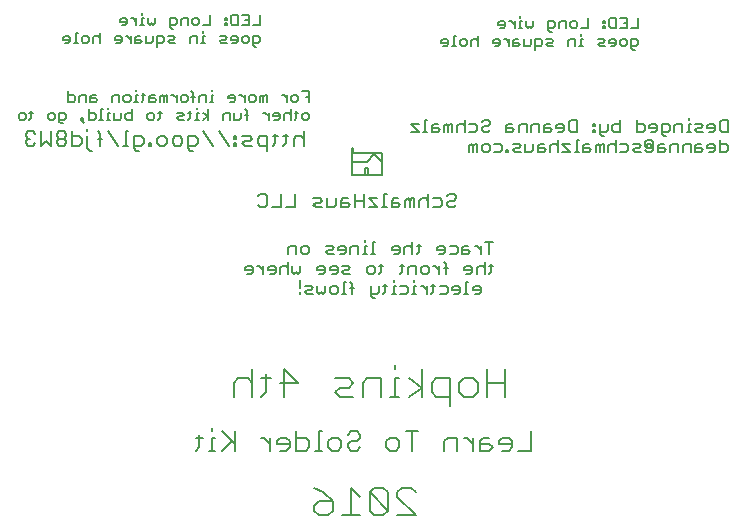
<source format=gbo>
G75*
%MOIN*%
%OFA0B0*%
%FSLAX25Y25*%
%IPPOS*%
%LPD*%
%AMOC8*
5,1,8,0,0,1.08239X$1,22.5*
%
%ADD10C,0.00800*%
%ADD11C,0.00600*%
%ADD12C,0.00500*%
%ADD13C,0.00700*%
D10*
X0086375Y0102869D02*
X0086375Y0107473D01*
X0087910Y0109008D01*
X0090979Y0109008D01*
X0092514Y0107473D01*
X0095583Y0109008D02*
X0098652Y0109008D01*
X0097118Y0110543D02*
X0097118Y0104404D01*
X0095583Y0102869D01*
X0092514Y0102869D02*
X0092514Y0112077D01*
X0101722Y0107473D02*
X0107860Y0107473D01*
X0103256Y0112077D01*
X0103256Y0102869D01*
X0120137Y0104404D02*
X0121672Y0105939D01*
X0124741Y0105939D01*
X0126276Y0107473D01*
X0124741Y0109008D01*
X0120137Y0109008D01*
X0120137Y0104404D02*
X0121672Y0102869D01*
X0126276Y0102869D01*
X0129345Y0102869D02*
X0129345Y0107473D01*
X0130880Y0109008D01*
X0135484Y0109008D01*
X0135484Y0102869D01*
X0138553Y0102869D02*
X0141622Y0102869D01*
X0140088Y0102869D02*
X0140088Y0109008D01*
X0141622Y0109008D01*
X0144692Y0109008D02*
X0149295Y0105939D01*
X0144692Y0102869D01*
X0149295Y0102869D02*
X0149295Y0112077D01*
X0153899Y0109008D02*
X0152365Y0107473D01*
X0152365Y0104404D01*
X0153899Y0102869D01*
X0158503Y0102869D01*
X0158503Y0099800D02*
X0158503Y0109008D01*
X0153899Y0109008D01*
X0161573Y0107473D02*
X0161573Y0104404D01*
X0163107Y0102869D01*
X0166177Y0102869D01*
X0167711Y0104404D01*
X0167711Y0107473D01*
X0166177Y0109008D01*
X0163107Y0109008D01*
X0161573Y0107473D01*
X0170780Y0107473D02*
X0176919Y0107473D01*
X0176919Y0102869D02*
X0176919Y0112077D01*
X0170780Y0112077D02*
X0170780Y0102869D01*
X0140088Y0112077D02*
X0140088Y0113612D01*
X0142394Y0072628D02*
X0145463Y0072628D01*
X0146998Y0071094D01*
X0142394Y0072628D02*
X0140859Y0071094D01*
X0140859Y0069559D01*
X0146998Y0063420D01*
X0140859Y0063420D01*
X0137790Y0064955D02*
X0131651Y0071094D01*
X0131651Y0064955D01*
X0133186Y0063420D01*
X0136255Y0063420D01*
X0137790Y0064955D01*
X0137790Y0071094D01*
X0136255Y0072628D01*
X0133186Y0072628D01*
X0131651Y0071094D01*
X0128582Y0069559D02*
X0125513Y0072628D01*
X0125513Y0063420D01*
X0128582Y0063420D02*
X0122444Y0063420D01*
X0119374Y0064955D02*
X0117840Y0063420D01*
X0114770Y0063420D01*
X0113236Y0064955D01*
X0113236Y0066490D01*
X0114770Y0068024D01*
X0119374Y0068024D01*
X0119374Y0064955D01*
X0119374Y0068024D02*
X0116305Y0071094D01*
X0113236Y0072628D01*
X0125764Y0176800D02*
X0130264Y0176800D01*
X0130264Y0179300D01*
X0131264Y0179300D01*
X0131264Y0177300D01*
X0130264Y0176800D02*
X0135764Y0176800D01*
X0135764Y0181300D01*
X0133264Y0183800D01*
X0130764Y0181300D01*
X0125764Y0181300D01*
X0125764Y0176800D01*
X0125764Y0181300D02*
X0125764Y0185800D01*
X0126264Y0185800D01*
X0126264Y0184300D01*
X0135764Y0184300D01*
X0135764Y0181300D01*
D11*
X0074921Y0086002D02*
X0073854Y0084935D01*
X0074921Y0086002D02*
X0074921Y0090273D01*
X0073854Y0089205D02*
X0075989Y0089205D01*
X0079218Y0089205D02*
X0079218Y0084935D01*
X0078151Y0084935D02*
X0080286Y0084935D01*
X0082461Y0084935D02*
X0085664Y0088137D01*
X0086731Y0087070D02*
X0082461Y0091340D01*
X0080286Y0089205D02*
X0079218Y0089205D01*
X0079218Y0091340D02*
X0079218Y0092408D01*
X0086731Y0091340D02*
X0086731Y0084935D01*
X0095345Y0089205D02*
X0096413Y0089205D01*
X0098548Y0087070D01*
X0098548Y0084935D02*
X0098548Y0089205D01*
X0100723Y0088137D02*
X0100723Y0087070D01*
X0104994Y0087070D01*
X0104994Y0088137D02*
X0104994Y0086002D01*
X0103926Y0084935D01*
X0101791Y0084935D01*
X0100723Y0088137D02*
X0101791Y0089205D01*
X0103926Y0089205D01*
X0104994Y0088137D01*
X0107169Y0089205D02*
X0110372Y0089205D01*
X0111439Y0088137D01*
X0111439Y0086002D01*
X0110372Y0084935D01*
X0107169Y0084935D01*
X0107169Y0091340D01*
X0114669Y0091340D02*
X0114669Y0084935D01*
X0115736Y0084935D02*
X0113601Y0084935D01*
X0117911Y0086002D02*
X0117911Y0088137D01*
X0118979Y0089205D01*
X0121114Y0089205D01*
X0122182Y0088137D01*
X0122182Y0086002D01*
X0121114Y0084935D01*
X0118979Y0084935D01*
X0117911Y0086002D01*
X0115736Y0091340D02*
X0114669Y0091340D01*
X0124357Y0090273D02*
X0125424Y0091340D01*
X0127560Y0091340D01*
X0128627Y0090273D01*
X0128627Y0089205D01*
X0127560Y0088137D01*
X0125424Y0088137D01*
X0124357Y0087070D01*
X0124357Y0086002D01*
X0125424Y0084935D01*
X0127560Y0084935D01*
X0128627Y0086002D01*
X0137248Y0086002D02*
X0137248Y0088137D01*
X0138315Y0089205D01*
X0140451Y0089205D01*
X0141518Y0088137D01*
X0141518Y0086002D01*
X0140451Y0084935D01*
X0138315Y0084935D01*
X0137248Y0086002D01*
X0143693Y0091340D02*
X0147964Y0091340D01*
X0145828Y0091340D02*
X0145828Y0084935D01*
X0156584Y0084935D02*
X0156584Y0088137D01*
X0157652Y0089205D01*
X0160855Y0089205D01*
X0160855Y0084935D01*
X0163023Y0089205D02*
X0164091Y0089205D01*
X0166226Y0087070D01*
X0166226Y0084935D02*
X0166226Y0089205D01*
X0168401Y0088137D02*
X0168401Y0084935D01*
X0171604Y0084935D01*
X0172671Y0086002D01*
X0171604Y0087070D01*
X0168401Y0087070D01*
X0168401Y0088137D02*
X0169469Y0089205D01*
X0171604Y0089205D01*
X0174847Y0088137D02*
X0174847Y0087070D01*
X0179117Y0087070D01*
X0179117Y0088137D02*
X0179117Y0086002D01*
X0178049Y0084935D01*
X0175914Y0084935D01*
X0174847Y0088137D02*
X0175914Y0089205D01*
X0178049Y0089205D01*
X0179117Y0088137D01*
X0181292Y0084935D02*
X0185562Y0084935D01*
X0185562Y0091340D01*
X0159651Y0166076D02*
X0158183Y0166076D01*
X0157449Y0166810D01*
X0157449Y0167544D01*
X0158183Y0168278D01*
X0159651Y0168278D01*
X0160385Y0169012D01*
X0160385Y0169746D01*
X0159651Y0170480D01*
X0158183Y0170480D01*
X0157449Y0169746D01*
X0155781Y0168278D02*
X0155781Y0166810D01*
X0155047Y0166076D01*
X0152845Y0166076D01*
X0151177Y0166076D02*
X0151177Y0170480D01*
X0150443Y0169012D02*
X0148975Y0169012D01*
X0148242Y0168278D01*
X0148242Y0166076D01*
X0146573Y0166076D02*
X0146573Y0169012D01*
X0145839Y0169012D01*
X0145106Y0168278D01*
X0144372Y0169012D01*
X0143638Y0168278D01*
X0143638Y0166076D01*
X0145106Y0166076D02*
X0145106Y0168278D01*
X0141970Y0166810D02*
X0141236Y0167544D01*
X0139034Y0167544D01*
X0139034Y0168278D02*
X0139034Y0166076D01*
X0141236Y0166076D01*
X0141970Y0166810D01*
X0141236Y0169012D02*
X0139768Y0169012D01*
X0139034Y0168278D01*
X0137366Y0166076D02*
X0135898Y0166076D01*
X0136632Y0166076D02*
X0136632Y0170480D01*
X0137366Y0170480D01*
X0134296Y0169012D02*
X0131360Y0169012D01*
X0134296Y0166076D01*
X0131360Y0166076D01*
X0129692Y0166076D02*
X0129692Y0170480D01*
X0129692Y0168278D02*
X0126757Y0168278D01*
X0126757Y0170480D02*
X0126757Y0166076D01*
X0125088Y0166810D02*
X0124354Y0167544D01*
X0122153Y0167544D01*
X0122153Y0168278D02*
X0122153Y0166076D01*
X0124354Y0166076D01*
X0125088Y0166810D01*
X0124354Y0169012D02*
X0122887Y0169012D01*
X0122153Y0168278D01*
X0120485Y0169012D02*
X0120485Y0166810D01*
X0119751Y0166076D01*
X0117549Y0166076D01*
X0117549Y0169012D01*
X0115881Y0168278D02*
X0115147Y0169012D01*
X0112945Y0169012D01*
X0113679Y0167544D02*
X0115147Y0167544D01*
X0115881Y0168278D01*
X0115881Y0166076D02*
X0113679Y0166076D01*
X0112945Y0166810D01*
X0113679Y0167544D01*
X0106673Y0166076D02*
X0103737Y0166076D01*
X0102069Y0166076D02*
X0099133Y0166076D01*
X0097465Y0166810D02*
X0096731Y0166076D01*
X0095263Y0166076D01*
X0094529Y0166810D01*
X0097465Y0166810D02*
X0097465Y0169746D01*
X0096731Y0170480D01*
X0095263Y0170480D01*
X0094529Y0169746D01*
X0102069Y0170480D02*
X0102069Y0166076D01*
X0106673Y0166076D02*
X0106673Y0170480D01*
X0150443Y0169012D02*
X0151177Y0168278D01*
X0152845Y0169012D02*
X0155047Y0169012D01*
X0155781Y0168278D01*
X0159651Y0166076D02*
X0160385Y0166810D01*
D12*
X0160430Y0153160D02*
X0158428Y0153160D01*
X0156953Y0152493D02*
X0156286Y0153160D01*
X0154952Y0153160D01*
X0154284Y0152493D01*
X0154284Y0151825D01*
X0156953Y0151825D01*
X0156953Y0151158D02*
X0156953Y0152493D01*
X0156953Y0151158D02*
X0156286Y0150491D01*
X0154952Y0150491D01*
X0156309Y0147744D02*
X0156977Y0147077D01*
X0156977Y0143741D01*
X0154881Y0143741D02*
X0154881Y0146410D01*
X0153547Y0146410D02*
X0154881Y0145075D01*
X0156309Y0145743D02*
X0157644Y0145743D01*
X0153547Y0146410D02*
X0152880Y0146410D01*
X0151429Y0145743D02*
X0151429Y0144408D01*
X0150761Y0143741D01*
X0149427Y0143741D01*
X0148760Y0144408D01*
X0148760Y0145743D01*
X0149427Y0146410D01*
X0150761Y0146410D01*
X0151429Y0145743D01*
X0147285Y0146410D02*
X0147285Y0143741D01*
X0146618Y0141662D02*
X0146618Y0140994D01*
X0146618Y0139660D02*
X0146618Y0136991D01*
X0147285Y0136991D02*
X0145950Y0136991D01*
X0144523Y0137658D02*
X0143855Y0136991D01*
X0141854Y0136991D01*
X0140379Y0136991D02*
X0139045Y0136991D01*
X0139712Y0136991D02*
X0139712Y0139660D01*
X0140379Y0139660D01*
X0141854Y0139660D02*
X0143855Y0139660D01*
X0144523Y0138993D01*
X0144523Y0137658D01*
X0146618Y0139660D02*
X0147285Y0139660D01*
X0148736Y0139660D02*
X0149403Y0139660D01*
X0150738Y0138325D01*
X0150738Y0136991D02*
X0150738Y0139660D01*
X0152166Y0139660D02*
X0153500Y0139660D01*
X0152833Y0140327D02*
X0152833Y0137658D01*
X0152166Y0136991D01*
X0154975Y0136991D02*
X0156977Y0136991D01*
X0157644Y0137658D01*
X0157644Y0138993D01*
X0156977Y0139660D01*
X0154975Y0139660D01*
X0159118Y0138993D02*
X0159118Y0138325D01*
X0161787Y0138325D01*
X0161787Y0137658D02*
X0161787Y0138993D01*
X0161120Y0139660D01*
X0159786Y0139660D01*
X0159118Y0138993D01*
X0159786Y0136991D02*
X0161120Y0136991D01*
X0161787Y0137658D01*
X0163215Y0136991D02*
X0164550Y0136991D01*
X0163882Y0136991D02*
X0163882Y0140994D01*
X0164550Y0140994D01*
X0166024Y0138993D02*
X0166024Y0138325D01*
X0168693Y0138325D01*
X0168693Y0137658D02*
X0168693Y0138993D01*
X0168026Y0139660D01*
X0166692Y0139660D01*
X0166024Y0138993D01*
X0166692Y0136991D02*
X0168026Y0136991D01*
X0168693Y0137658D01*
X0167405Y0143741D02*
X0167405Y0145743D01*
X0168073Y0146410D01*
X0169407Y0146410D01*
X0170074Y0145743D01*
X0171502Y0146410D02*
X0172837Y0146410D01*
X0172170Y0147077D02*
X0172170Y0144408D01*
X0171502Y0143741D01*
X0170074Y0143741D02*
X0170074Y0147744D01*
X0168693Y0150491D02*
X0168693Y0153160D01*
X0167359Y0153160D02*
X0168693Y0151825D01*
X0167359Y0153160D02*
X0166692Y0153160D01*
X0164573Y0153160D02*
X0163239Y0153160D01*
X0162571Y0152493D01*
X0162571Y0150491D01*
X0164573Y0150491D01*
X0165240Y0151158D01*
X0164573Y0151825D01*
X0162571Y0151825D01*
X0161097Y0151158D02*
X0161097Y0152493D01*
X0160430Y0153160D01*
X0161097Y0151158D02*
X0160430Y0150491D01*
X0158428Y0150491D01*
X0163262Y0145743D02*
X0163262Y0145075D01*
X0165931Y0145075D01*
X0165931Y0144408D02*
X0165931Y0145743D01*
X0165264Y0146410D01*
X0163929Y0146410D01*
X0163262Y0145743D01*
X0163929Y0143741D02*
X0165264Y0143741D01*
X0165931Y0144408D01*
X0171502Y0150491D02*
X0171502Y0154494D01*
X0170168Y0154494D02*
X0172837Y0154494D01*
X0148666Y0153160D02*
X0147332Y0153160D01*
X0147999Y0153827D02*
X0147999Y0151158D01*
X0147332Y0150491D01*
X0145904Y0150491D02*
X0145904Y0154494D01*
X0145237Y0153160D02*
X0143902Y0153160D01*
X0143235Y0152493D01*
X0143235Y0150491D01*
X0141760Y0151158D02*
X0141760Y0152493D01*
X0141093Y0153160D01*
X0139759Y0153160D01*
X0139091Y0152493D01*
X0139091Y0151825D01*
X0141760Y0151825D01*
X0141760Y0151158D02*
X0141093Y0150491D01*
X0139759Y0150491D01*
X0142474Y0147077D02*
X0142474Y0144408D01*
X0141807Y0143741D01*
X0141807Y0146410D02*
X0143141Y0146410D01*
X0144616Y0145743D02*
X0144616Y0143741D01*
X0144616Y0145743D02*
X0145283Y0146410D01*
X0147285Y0146410D01*
X0145904Y0152493D02*
X0145237Y0153160D01*
X0136236Y0146410D02*
X0134901Y0146410D01*
X0135568Y0147077D02*
X0135568Y0144408D01*
X0134901Y0143741D01*
X0133473Y0144408D02*
X0132806Y0143741D01*
X0131471Y0143741D01*
X0130804Y0144408D01*
X0130804Y0145743D01*
X0131471Y0146410D01*
X0132806Y0146410D01*
X0133473Y0145743D01*
X0133473Y0144408D01*
X0136949Y0140327D02*
X0136949Y0137658D01*
X0136282Y0136991D01*
X0134854Y0137658D02*
X0134854Y0139660D01*
X0136282Y0139660D02*
X0137617Y0139660D01*
X0139712Y0140994D02*
X0139712Y0141662D01*
X0134854Y0137658D02*
X0134187Y0136991D01*
X0132185Y0136991D01*
X0132185Y0136324D02*
X0132853Y0135656D01*
X0133520Y0135656D01*
X0132185Y0136324D02*
X0132185Y0139660D01*
X0126567Y0138993D02*
X0125233Y0138993D01*
X0125900Y0140327D02*
X0125233Y0140994D01*
X0125900Y0140327D02*
X0125900Y0136991D01*
X0123805Y0136991D02*
X0122470Y0136991D01*
X0123138Y0136991D02*
X0123138Y0140994D01*
X0123805Y0140994D01*
X0123184Y0143741D02*
X0122517Y0144408D01*
X0123184Y0145075D01*
X0124519Y0145075D01*
X0125186Y0145743D01*
X0124519Y0146410D01*
X0122517Y0146410D01*
X0121043Y0145743D02*
X0120375Y0146410D01*
X0119041Y0146410D01*
X0118374Y0145743D01*
X0118374Y0145075D01*
X0121043Y0145075D01*
X0121043Y0144408D02*
X0121043Y0145743D01*
X0121043Y0144408D02*
X0120375Y0143741D01*
X0119041Y0143741D01*
X0116899Y0144408D02*
X0116899Y0145743D01*
X0116232Y0146410D01*
X0114897Y0146410D01*
X0114230Y0145743D01*
X0114230Y0145075D01*
X0116899Y0145075D01*
X0116899Y0144408D02*
X0116232Y0143741D01*
X0114897Y0143741D01*
X0114230Y0139660D02*
X0114230Y0137658D01*
X0114897Y0136991D01*
X0115565Y0137658D01*
X0116232Y0136991D01*
X0116899Y0137658D01*
X0116899Y0139660D01*
X0118374Y0138993D02*
X0118374Y0137658D01*
X0119041Y0136991D01*
X0120375Y0136991D01*
X0121043Y0137658D01*
X0121043Y0138993D01*
X0120375Y0139660D01*
X0119041Y0139660D01*
X0118374Y0138993D01*
X0112755Y0138993D02*
X0112088Y0139660D01*
X0110087Y0139660D01*
X0110754Y0138325D02*
X0112088Y0138325D01*
X0112755Y0138993D01*
X0112755Y0136991D02*
X0110754Y0136991D01*
X0110087Y0137658D01*
X0110754Y0138325D01*
X0108612Y0137658D02*
X0108612Y0136991D01*
X0108612Y0138993D02*
X0108612Y0141662D01*
X0107945Y0143741D02*
X0107277Y0144408D01*
X0106610Y0143741D01*
X0105943Y0144408D01*
X0105943Y0146410D01*
X0104468Y0145743D02*
X0103801Y0146410D01*
X0102467Y0146410D01*
X0101799Y0145743D01*
X0101799Y0143741D01*
X0100325Y0144408D02*
X0100325Y0145743D01*
X0099658Y0146410D01*
X0098323Y0146410D01*
X0097656Y0145743D01*
X0097656Y0145075D01*
X0100325Y0145075D01*
X0100325Y0144408D02*
X0099658Y0143741D01*
X0098323Y0143741D01*
X0096181Y0143741D02*
X0096181Y0146410D01*
X0094847Y0146410D02*
X0094180Y0146410D01*
X0094847Y0146410D02*
X0096181Y0145075D01*
X0092728Y0145075D02*
X0090059Y0145075D01*
X0090059Y0145743D01*
X0090727Y0146410D01*
X0092061Y0146410D01*
X0092728Y0145743D01*
X0092728Y0144408D01*
X0092061Y0143741D01*
X0090727Y0143741D01*
X0104468Y0143741D02*
X0104468Y0147744D01*
X0104562Y0150491D02*
X0104562Y0152493D01*
X0105229Y0153160D01*
X0107231Y0153160D01*
X0107231Y0150491D01*
X0108705Y0151158D02*
X0108705Y0152493D01*
X0109373Y0153160D01*
X0110707Y0153160D01*
X0111374Y0152493D01*
X0111374Y0151158D01*
X0110707Y0150491D01*
X0109373Y0150491D01*
X0108705Y0151158D01*
X0108612Y0146410D02*
X0108612Y0144408D01*
X0107945Y0143741D01*
X0116992Y0151158D02*
X0117660Y0151825D01*
X0118994Y0151825D01*
X0119661Y0152493D01*
X0118994Y0153160D01*
X0116992Y0153160D01*
X0116992Y0151158D02*
X0117660Y0150491D01*
X0119661Y0150491D01*
X0121136Y0151825D02*
X0121136Y0152493D01*
X0121803Y0153160D01*
X0123138Y0153160D01*
X0123805Y0152493D01*
X0123805Y0151158D01*
X0123138Y0150491D01*
X0121803Y0150491D01*
X0121136Y0151825D02*
X0123805Y0151825D01*
X0125280Y0152493D02*
X0125280Y0150491D01*
X0125280Y0152493D02*
X0125947Y0153160D01*
X0127948Y0153160D01*
X0127948Y0150491D01*
X0129376Y0150491D02*
X0130711Y0150491D01*
X0130044Y0150491D02*
X0130044Y0153160D01*
X0130711Y0153160D01*
X0130044Y0154494D02*
X0130044Y0155162D01*
X0132806Y0154494D02*
X0132806Y0150491D01*
X0133473Y0150491D02*
X0132139Y0150491D01*
X0132806Y0154494D02*
X0133473Y0154494D01*
X0125186Y0143741D02*
X0123184Y0143741D01*
X0164854Y0184333D02*
X0164854Y0186335D01*
X0165522Y0187002D01*
X0166189Y0186335D01*
X0166189Y0184333D01*
X0167523Y0184333D02*
X0167523Y0187002D01*
X0166856Y0187002D01*
X0166189Y0186335D01*
X0168998Y0186335D02*
X0168998Y0185001D01*
X0169665Y0184333D01*
X0171000Y0184333D01*
X0171667Y0185001D01*
X0171667Y0186335D01*
X0171000Y0187002D01*
X0169665Y0187002D01*
X0168998Y0186335D01*
X0169665Y0191083D02*
X0171000Y0191083D01*
X0171667Y0191751D01*
X0171000Y0193085D02*
X0169665Y0193085D01*
X0168998Y0192418D01*
X0168998Y0191751D01*
X0169665Y0191083D01*
X0167523Y0191751D02*
X0166856Y0191083D01*
X0164854Y0191083D01*
X0163380Y0191083D02*
X0163380Y0195087D01*
X0162713Y0193752D02*
X0161378Y0193752D01*
X0160711Y0193085D01*
X0160711Y0191083D01*
X0159236Y0191083D02*
X0159236Y0193752D01*
X0158569Y0193752D01*
X0157902Y0193085D01*
X0157235Y0193752D01*
X0156567Y0193085D01*
X0156567Y0191083D01*
X0157902Y0191083D02*
X0157902Y0193085D01*
X0155093Y0191751D02*
X0154426Y0191083D01*
X0152424Y0191083D01*
X0152424Y0193085D01*
X0153091Y0193752D01*
X0154426Y0193752D01*
X0154426Y0192418D02*
X0152424Y0192418D01*
X0150949Y0191083D02*
X0149615Y0191083D01*
X0150282Y0191083D02*
X0150282Y0195087D01*
X0150949Y0195087D01*
X0148187Y0193752D02*
X0145518Y0193752D01*
X0148187Y0191083D01*
X0145518Y0191083D01*
X0154426Y0192418D02*
X0155093Y0191751D01*
X0162713Y0193752D02*
X0163380Y0193085D01*
X0164854Y0193752D02*
X0166856Y0193752D01*
X0167523Y0193085D01*
X0167523Y0191751D01*
X0168998Y0194420D02*
X0169665Y0195087D01*
X0171000Y0195087D01*
X0171667Y0194420D01*
X0171667Y0193752D01*
X0171000Y0193085D01*
X0177285Y0193085D02*
X0177285Y0191083D01*
X0179287Y0191083D01*
X0179954Y0191751D01*
X0179287Y0192418D01*
X0177285Y0192418D01*
X0177285Y0193085D02*
X0177952Y0193752D01*
X0179287Y0193752D01*
X0181429Y0193085D02*
X0181429Y0191083D01*
X0181429Y0193085D02*
X0182096Y0193752D01*
X0184098Y0193752D01*
X0184098Y0191083D01*
X0185572Y0191083D02*
X0185572Y0193085D01*
X0186239Y0193752D01*
X0188241Y0193752D01*
X0188241Y0191083D01*
X0189716Y0191083D02*
X0189716Y0193085D01*
X0190383Y0193752D01*
X0191717Y0193752D01*
X0191717Y0192418D02*
X0189716Y0192418D01*
X0189716Y0191083D02*
X0191717Y0191083D01*
X0192385Y0191751D01*
X0191717Y0192418D01*
X0193859Y0192418D02*
X0196528Y0192418D01*
X0196528Y0193085D02*
X0195861Y0193752D01*
X0194526Y0193752D01*
X0193859Y0193085D01*
X0193859Y0192418D01*
X0194526Y0191083D02*
X0195861Y0191083D01*
X0196528Y0191751D01*
X0196528Y0193085D01*
X0198003Y0191751D02*
X0198003Y0194420D01*
X0198670Y0195087D01*
X0200672Y0195087D01*
X0200672Y0191083D01*
X0198670Y0191083D01*
X0198003Y0191751D01*
X0200695Y0188337D02*
X0200695Y0184333D01*
X0201362Y0184333D02*
X0200028Y0184333D01*
X0198600Y0184333D02*
X0195931Y0184333D01*
X0194456Y0184333D02*
X0194456Y0188337D01*
X0193789Y0187002D02*
X0192455Y0187002D01*
X0191787Y0186335D01*
X0191787Y0184333D01*
X0190313Y0185001D02*
X0189646Y0185668D01*
X0187644Y0185668D01*
X0187644Y0186335D02*
X0187644Y0184333D01*
X0189646Y0184333D01*
X0190313Y0185001D01*
X0189646Y0187002D02*
X0188311Y0187002D01*
X0187644Y0186335D01*
X0186169Y0187002D02*
X0186169Y0185001D01*
X0185502Y0184333D01*
X0183500Y0184333D01*
X0183500Y0187002D01*
X0182026Y0186335D02*
X0181359Y0185668D01*
X0180024Y0185668D01*
X0179357Y0185001D01*
X0180024Y0184333D01*
X0182026Y0184333D01*
X0182026Y0186335D02*
X0181359Y0187002D01*
X0179357Y0187002D01*
X0177882Y0185001D02*
X0177215Y0185001D01*
X0177215Y0184333D01*
X0177882Y0184333D01*
X0177882Y0185001D01*
X0175810Y0185001D02*
X0175810Y0186335D01*
X0175143Y0187002D01*
X0173142Y0187002D01*
X0173142Y0184333D02*
X0175143Y0184333D01*
X0175810Y0185001D01*
X0193789Y0187002D02*
X0194456Y0186335D01*
X0195931Y0187002D02*
X0198600Y0184333D01*
X0198600Y0187002D02*
X0195931Y0187002D01*
X0200695Y0188337D02*
X0201362Y0188337D01*
X0202837Y0186335D02*
X0202837Y0184333D01*
X0204839Y0184333D01*
X0205506Y0185001D01*
X0204839Y0185668D01*
X0202837Y0185668D01*
X0202837Y0186335D02*
X0203504Y0187002D01*
X0204839Y0187002D01*
X0206980Y0186335D02*
X0206980Y0184333D01*
X0208315Y0184333D02*
X0208315Y0186335D01*
X0207648Y0187002D01*
X0206980Y0186335D01*
X0208315Y0186335D02*
X0208982Y0187002D01*
X0209649Y0187002D01*
X0209649Y0184333D01*
X0211124Y0184333D02*
X0211124Y0186335D01*
X0211791Y0187002D01*
X0213126Y0187002D01*
X0213793Y0186335D01*
X0215268Y0187002D02*
X0217269Y0187002D01*
X0217936Y0186335D01*
X0217936Y0185001D01*
X0217269Y0184333D01*
X0215268Y0184333D01*
X0213793Y0184333D02*
X0213793Y0188337D01*
X0213172Y0191083D02*
X0212505Y0191751D01*
X0212505Y0193085D01*
X0213172Y0193752D01*
X0215174Y0193752D01*
X0215174Y0195087D02*
X0215174Y0191083D01*
X0213172Y0191083D01*
X0211031Y0191751D02*
X0210363Y0191083D01*
X0208362Y0191083D01*
X0208362Y0190416D02*
X0209029Y0189749D01*
X0209696Y0189749D01*
X0208362Y0190416D02*
X0208362Y0193752D01*
X0206887Y0193752D02*
X0206887Y0193085D01*
X0206220Y0193085D01*
X0206220Y0193752D01*
X0206887Y0193752D01*
X0206887Y0191751D02*
X0206220Y0191751D01*
X0206220Y0191083D01*
X0206887Y0191083D01*
X0206887Y0191751D01*
X0211031Y0191751D02*
X0211031Y0193752D01*
X0219411Y0187002D02*
X0221413Y0187002D01*
X0222080Y0186335D01*
X0221413Y0185668D01*
X0220078Y0185668D01*
X0219411Y0185001D01*
X0220078Y0184333D01*
X0222080Y0184333D01*
X0223555Y0185001D02*
X0224222Y0184333D01*
X0225556Y0184333D01*
X0226224Y0185001D01*
X0226224Y0187670D01*
X0225556Y0188337D01*
X0224222Y0188337D01*
X0223555Y0187670D01*
X0223555Y0186335D01*
X0224222Y0185668D01*
X0224222Y0187002D01*
X0225556Y0187002D01*
X0225556Y0185668D01*
X0224222Y0185668D01*
X0227698Y0185668D02*
X0229700Y0185668D01*
X0230367Y0185001D01*
X0229700Y0184333D01*
X0227698Y0184333D01*
X0227698Y0186335D01*
X0228365Y0187002D01*
X0229700Y0187002D01*
X0231842Y0186335D02*
X0231842Y0184333D01*
X0231842Y0186335D02*
X0232509Y0187002D01*
X0234511Y0187002D01*
X0234511Y0184333D01*
X0235985Y0184333D02*
X0235985Y0186335D01*
X0236652Y0187002D01*
X0238654Y0187002D01*
X0238654Y0184333D01*
X0240129Y0184333D02*
X0242130Y0184333D01*
X0242798Y0185001D01*
X0242130Y0185668D01*
X0240129Y0185668D01*
X0240129Y0186335D02*
X0240129Y0184333D01*
X0240129Y0186335D02*
X0240796Y0187002D01*
X0242130Y0187002D01*
X0244272Y0186335D02*
X0244272Y0185668D01*
X0246941Y0185668D01*
X0246941Y0185001D02*
X0246941Y0186335D01*
X0246274Y0187002D01*
X0244940Y0187002D01*
X0244272Y0186335D01*
X0244940Y0184333D02*
X0246274Y0184333D01*
X0246941Y0185001D01*
X0248416Y0184333D02*
X0250418Y0184333D01*
X0251085Y0185001D01*
X0251085Y0186335D01*
X0250418Y0187002D01*
X0248416Y0187002D01*
X0248416Y0188337D02*
X0248416Y0184333D01*
X0249083Y0191083D02*
X0248416Y0191751D01*
X0248416Y0194420D01*
X0249083Y0195087D01*
X0251085Y0195087D01*
X0251085Y0191083D01*
X0249083Y0191083D01*
X0246941Y0191751D02*
X0246941Y0193085D01*
X0246274Y0193752D01*
X0244940Y0193752D01*
X0244272Y0193085D01*
X0244272Y0192418D01*
X0246941Y0192418D01*
X0246941Y0191751D02*
X0246274Y0191083D01*
X0244940Y0191083D01*
X0242798Y0191083D02*
X0240796Y0191083D01*
X0240129Y0191751D01*
X0240796Y0192418D01*
X0242130Y0192418D01*
X0242798Y0193085D01*
X0242130Y0193752D01*
X0240129Y0193752D01*
X0238654Y0193752D02*
X0237987Y0193752D01*
X0237987Y0191083D01*
X0238654Y0191083D02*
X0237320Y0191083D01*
X0235892Y0191083D02*
X0235892Y0193752D01*
X0233890Y0193752D01*
X0233223Y0193085D01*
X0233223Y0191083D01*
X0231748Y0191751D02*
X0231081Y0191083D01*
X0229079Y0191083D01*
X0229079Y0190416D02*
X0229079Y0193752D01*
X0231081Y0193752D01*
X0231748Y0193085D01*
X0231748Y0191751D01*
X0230414Y0189749D02*
X0229747Y0189749D01*
X0229079Y0190416D01*
X0227605Y0191751D02*
X0227605Y0193085D01*
X0226938Y0193752D01*
X0225603Y0193752D01*
X0224936Y0193085D01*
X0224936Y0192418D01*
X0227605Y0192418D01*
X0227605Y0191751D02*
X0226938Y0191083D01*
X0225603Y0191083D01*
X0223461Y0191751D02*
X0223461Y0193085D01*
X0222794Y0193752D01*
X0220792Y0193752D01*
X0220792Y0195087D02*
X0220792Y0191083D01*
X0222794Y0191083D01*
X0223461Y0191751D01*
X0237987Y0195087D02*
X0237987Y0195754D01*
X0219996Y0218599D02*
X0219412Y0218599D01*
X0218828Y0219183D01*
X0218828Y0222102D01*
X0220580Y0222102D01*
X0221164Y0221518D01*
X0221164Y0220350D01*
X0220580Y0219767D01*
X0218828Y0219767D01*
X0217480Y0220350D02*
X0216897Y0219767D01*
X0215729Y0219767D01*
X0215145Y0220350D01*
X0215145Y0221518D01*
X0215729Y0222102D01*
X0216897Y0222102D01*
X0217480Y0221518D01*
X0217480Y0220350D01*
X0213797Y0220350D02*
X0213213Y0219767D01*
X0212046Y0219767D01*
X0211462Y0220934D02*
X0213797Y0220934D01*
X0213797Y0220350D02*
X0213797Y0221518D01*
X0213213Y0222102D01*
X0212046Y0222102D01*
X0211462Y0221518D01*
X0211462Y0220934D01*
X0210114Y0221518D02*
X0209530Y0222102D01*
X0207779Y0222102D01*
X0208363Y0220934D02*
X0209530Y0220934D01*
X0210114Y0221518D01*
X0210114Y0219767D02*
X0208363Y0219767D01*
X0207779Y0220350D01*
X0208363Y0220934D01*
X0209530Y0225767D02*
X0210114Y0225767D01*
X0210114Y0226350D01*
X0209530Y0226350D01*
X0209530Y0225767D01*
X0209530Y0227518D02*
X0210114Y0227518D01*
X0210114Y0228102D01*
X0209530Y0228102D01*
X0209530Y0227518D01*
X0211462Y0226350D02*
X0211462Y0228686D01*
X0212046Y0229270D01*
X0213797Y0229270D01*
X0213797Y0225767D01*
X0212046Y0225767D01*
X0211462Y0226350D01*
X0215145Y0225767D02*
X0217480Y0225767D01*
X0217480Y0229270D01*
X0215145Y0229270D01*
X0216313Y0227518D02*
X0217480Y0227518D01*
X0218828Y0225767D02*
X0221164Y0225767D01*
X0221164Y0229270D01*
X0204589Y0229270D02*
X0204589Y0225767D01*
X0202254Y0225767D01*
X0200906Y0226350D02*
X0200906Y0227518D01*
X0200322Y0228102D01*
X0199155Y0228102D01*
X0198571Y0227518D01*
X0198571Y0226350D01*
X0199155Y0225767D01*
X0200322Y0225767D01*
X0200906Y0226350D01*
X0202164Y0223853D02*
X0202164Y0223270D01*
X0202164Y0222102D02*
X0202164Y0219767D01*
X0202748Y0219767D02*
X0201580Y0219767D01*
X0200292Y0219767D02*
X0200292Y0222102D01*
X0198541Y0222102D01*
X0197957Y0221518D01*
X0197957Y0219767D01*
X0202164Y0222102D02*
X0202748Y0222102D01*
X0197223Y0225767D02*
X0197223Y0228102D01*
X0195472Y0228102D01*
X0194888Y0227518D01*
X0194888Y0225767D01*
X0193540Y0226350D02*
X0192956Y0225767D01*
X0191205Y0225767D01*
X0191205Y0225183D02*
X0191205Y0228102D01*
X0192956Y0228102D01*
X0193540Y0227518D01*
X0193540Y0226350D01*
X0192372Y0224599D02*
X0191788Y0224599D01*
X0191205Y0225183D01*
X0190591Y0222102D02*
X0192342Y0222102D01*
X0192926Y0221518D01*
X0192342Y0220934D01*
X0191175Y0220934D01*
X0190591Y0220350D01*
X0191175Y0219767D01*
X0192926Y0219767D01*
X0189243Y0220350D02*
X0188659Y0219767D01*
X0186908Y0219767D01*
X0186908Y0218599D02*
X0186908Y0222102D01*
X0188659Y0222102D01*
X0189243Y0221518D01*
X0189243Y0220350D01*
X0185560Y0220350D02*
X0184976Y0219767D01*
X0183224Y0219767D01*
X0183224Y0222102D01*
X0181293Y0222102D02*
X0180125Y0222102D01*
X0179541Y0221518D01*
X0179541Y0219767D01*
X0181293Y0219767D01*
X0181877Y0220350D01*
X0181293Y0220934D01*
X0179541Y0220934D01*
X0178194Y0220934D02*
X0177026Y0222102D01*
X0176442Y0222102D01*
X0175124Y0221518D02*
X0174540Y0222102D01*
X0173373Y0222102D01*
X0172789Y0221518D01*
X0172789Y0220934D01*
X0175124Y0220934D01*
X0175124Y0220350D02*
X0175124Y0221518D01*
X0175124Y0220350D02*
X0174540Y0219767D01*
X0173373Y0219767D01*
X0178194Y0219767D02*
X0178194Y0222102D01*
X0176382Y0225767D02*
X0175214Y0225767D01*
X0176382Y0225767D02*
X0176966Y0226350D01*
X0176966Y0227518D01*
X0176382Y0228102D01*
X0175214Y0228102D01*
X0174630Y0227518D01*
X0174630Y0226934D01*
X0176966Y0226934D01*
X0178284Y0228102D02*
X0178867Y0228102D01*
X0180035Y0226934D01*
X0180035Y0225767D02*
X0180035Y0228102D01*
X0181907Y0228102D02*
X0181907Y0225767D01*
X0182491Y0225767D02*
X0181323Y0225767D01*
X0181907Y0228102D02*
X0182491Y0228102D01*
X0181907Y0229270D02*
X0181907Y0229853D01*
X0183838Y0228102D02*
X0183838Y0226350D01*
X0184422Y0225767D01*
X0185006Y0226350D01*
X0185590Y0225767D01*
X0186174Y0226350D01*
X0186174Y0228102D01*
X0185560Y0222102D02*
X0185560Y0220350D01*
X0167758Y0219767D02*
X0167758Y0223270D01*
X0167174Y0222102D02*
X0166006Y0222102D01*
X0165423Y0221518D01*
X0165423Y0219767D01*
X0164075Y0220350D02*
X0163491Y0219767D01*
X0162323Y0219767D01*
X0161739Y0220350D01*
X0161739Y0221518D01*
X0162323Y0222102D01*
X0163491Y0222102D01*
X0164075Y0221518D01*
X0164075Y0220350D01*
X0167174Y0222102D02*
X0167758Y0221518D01*
X0160392Y0219767D02*
X0159224Y0219767D01*
X0159808Y0219767D02*
X0159808Y0223270D01*
X0160392Y0223270D01*
X0157936Y0221518D02*
X0157352Y0222102D01*
X0156185Y0222102D01*
X0155601Y0221518D01*
X0155601Y0220934D01*
X0157936Y0220934D01*
X0157936Y0220350D02*
X0157936Y0221518D01*
X0157936Y0220350D02*
X0157352Y0219767D01*
X0156185Y0219767D01*
X0111518Y0204663D02*
X0111518Y0201160D01*
X0111518Y0202912D02*
X0110350Y0202912D01*
X0111518Y0204663D02*
X0109183Y0204663D01*
X0107835Y0202912D02*
X0107251Y0203496D01*
X0106083Y0203496D01*
X0105499Y0202912D01*
X0105499Y0201744D01*
X0106083Y0201160D01*
X0107251Y0201160D01*
X0107835Y0201744D01*
X0107835Y0202912D01*
X0105379Y0198663D02*
X0105379Y0195160D01*
X0106667Y0195160D02*
X0107251Y0195744D01*
X0107251Y0198079D01*
X0107835Y0197496D02*
X0106667Y0197496D01*
X0105379Y0196912D02*
X0104795Y0197496D01*
X0103628Y0197496D01*
X0103044Y0196912D01*
X0103044Y0195160D01*
X0101696Y0195744D02*
X0101696Y0196912D01*
X0101112Y0197496D01*
X0099945Y0197496D01*
X0099361Y0196912D01*
X0099361Y0196328D01*
X0101696Y0196328D01*
X0101696Y0195744D02*
X0101112Y0195160D01*
X0099945Y0195160D01*
X0098013Y0195160D02*
X0098013Y0197496D01*
X0096845Y0197496D02*
X0096262Y0197496D01*
X0096845Y0197496D02*
X0098013Y0196328D01*
X0097399Y0201160D02*
X0097399Y0203496D01*
X0096815Y0203496D01*
X0096232Y0202912D01*
X0095648Y0203496D01*
X0095064Y0202912D01*
X0095064Y0201160D01*
X0096232Y0201160D02*
X0096232Y0202912D01*
X0093716Y0202912D02*
X0093132Y0203496D01*
X0091965Y0203496D01*
X0091381Y0202912D01*
X0091381Y0201744D01*
X0091965Y0201160D01*
X0093132Y0201160D01*
X0093716Y0201744D01*
X0093716Y0202912D01*
X0090033Y0203496D02*
X0090033Y0201160D01*
X0090033Y0202328D02*
X0088865Y0203496D01*
X0088281Y0203496D01*
X0086964Y0202912D02*
X0086380Y0203496D01*
X0085212Y0203496D01*
X0084628Y0202912D01*
X0084628Y0202328D01*
X0086964Y0202328D01*
X0086964Y0201744D02*
X0086964Y0202912D01*
X0086964Y0201744D02*
X0086380Y0201160D01*
X0085212Y0201160D01*
X0085122Y0197496D02*
X0083371Y0197496D01*
X0082787Y0196912D01*
X0082787Y0195160D01*
X0085122Y0195160D02*
X0085122Y0197496D01*
X0086470Y0197496D02*
X0086470Y0195160D01*
X0088221Y0195160D01*
X0088805Y0195744D01*
X0088805Y0197496D01*
X0090093Y0196912D02*
X0091261Y0196912D01*
X0090677Y0198079D02*
X0090093Y0198663D01*
X0090677Y0198079D02*
X0090677Y0195160D01*
X0079597Y0201160D02*
X0078430Y0201160D01*
X0079013Y0201160D02*
X0079013Y0203496D01*
X0079597Y0203496D01*
X0079013Y0204663D02*
X0079013Y0205247D01*
X0077142Y0203496D02*
X0077142Y0201160D01*
X0074807Y0201160D02*
X0074807Y0202912D01*
X0075390Y0203496D01*
X0077142Y0203496D01*
X0073459Y0202912D02*
X0072291Y0202912D01*
X0071003Y0202912D02*
X0071003Y0201744D01*
X0070419Y0201160D01*
X0069252Y0201160D01*
X0068668Y0201744D01*
X0068668Y0202912D01*
X0069252Y0203496D01*
X0070419Y0203496D01*
X0071003Y0202912D01*
X0072291Y0204663D02*
X0072875Y0204079D01*
X0072875Y0201160D01*
X0074103Y0199247D02*
X0074103Y0198663D01*
X0074103Y0197496D02*
X0074103Y0195160D01*
X0074686Y0195160D02*
X0073519Y0195160D01*
X0071647Y0195744D02*
X0071647Y0198079D01*
X0072231Y0197496D02*
X0071063Y0197496D01*
X0069776Y0196912D02*
X0069192Y0197496D01*
X0067440Y0197496D01*
X0068024Y0196328D02*
X0067440Y0195744D01*
X0068024Y0195160D01*
X0069776Y0195160D01*
X0071063Y0195160D02*
X0071647Y0195744D01*
X0069776Y0196912D02*
X0069192Y0196328D01*
X0068024Y0196328D01*
X0067320Y0201160D02*
X0067320Y0203496D01*
X0066153Y0203496D02*
X0065569Y0203496D01*
X0066153Y0203496D02*
X0067320Y0202328D01*
X0064251Y0203496D02*
X0063667Y0203496D01*
X0063083Y0202912D01*
X0062499Y0203496D01*
X0061916Y0202912D01*
X0061916Y0201160D01*
X0063083Y0201160D02*
X0063083Y0202912D01*
X0064251Y0203496D02*
X0064251Y0201160D01*
X0060568Y0201744D02*
X0059984Y0202328D01*
X0058232Y0202328D01*
X0058232Y0202912D02*
X0058232Y0201160D01*
X0059984Y0201160D01*
X0060568Y0201744D01*
X0059984Y0203496D02*
X0058816Y0203496D01*
X0058232Y0202912D01*
X0056885Y0203496D02*
X0055717Y0203496D01*
X0056301Y0204079D02*
X0056301Y0201744D01*
X0055717Y0201160D01*
X0054429Y0201160D02*
X0053262Y0201160D01*
X0053845Y0201160D02*
X0053845Y0203496D01*
X0054429Y0203496D01*
X0053845Y0204663D02*
X0053845Y0205247D01*
X0051974Y0202912D02*
X0051974Y0201744D01*
X0051390Y0201160D01*
X0050222Y0201160D01*
X0049638Y0201744D01*
X0049638Y0202912D01*
X0050222Y0203496D01*
X0051390Y0203496D01*
X0051974Y0202912D01*
X0048291Y0203496D02*
X0046539Y0203496D01*
X0045955Y0202912D01*
X0045955Y0201160D01*
X0044637Y0199247D02*
X0044637Y0198663D01*
X0044637Y0197496D02*
X0044637Y0195160D01*
X0044054Y0195160D02*
X0045221Y0195160D01*
X0046569Y0195160D02*
X0046569Y0197496D01*
X0045221Y0197496D02*
X0044637Y0197496D01*
X0042766Y0198663D02*
X0042182Y0198663D01*
X0042182Y0195160D01*
X0042766Y0195160D02*
X0041598Y0195160D01*
X0040310Y0195744D02*
X0040310Y0196912D01*
X0039727Y0197496D01*
X0037975Y0197496D01*
X0037975Y0198663D02*
X0037975Y0195160D01*
X0039727Y0195160D01*
X0040310Y0195744D01*
X0036627Y0193993D02*
X0035460Y0195160D01*
X0036043Y0195160D01*
X0036043Y0195744D01*
X0035460Y0195744D01*
X0035460Y0195160D01*
X0030489Y0195744D02*
X0029905Y0195160D01*
X0028153Y0195160D01*
X0028153Y0194576D02*
X0028153Y0197496D01*
X0029905Y0197496D01*
X0030489Y0196912D01*
X0030489Y0195744D01*
X0029321Y0193993D02*
X0028737Y0193993D01*
X0028153Y0194576D01*
X0026806Y0195744D02*
X0026222Y0195160D01*
X0025054Y0195160D01*
X0024470Y0195744D01*
X0024470Y0196912D01*
X0025054Y0197496D01*
X0026222Y0197496D01*
X0026806Y0196912D01*
X0026806Y0195744D01*
X0031223Y0201160D02*
X0032974Y0201160D01*
X0033558Y0201744D01*
X0033558Y0202912D01*
X0032974Y0203496D01*
X0031223Y0203496D01*
X0031223Y0204663D02*
X0031223Y0201160D01*
X0034906Y0201160D02*
X0034906Y0202912D01*
X0035490Y0203496D01*
X0037241Y0203496D01*
X0037241Y0201160D01*
X0038589Y0201160D02*
X0040340Y0201160D01*
X0040924Y0201744D01*
X0040340Y0202328D01*
X0038589Y0202328D01*
X0038589Y0202912D02*
X0038589Y0201160D01*
X0038589Y0202912D02*
X0039173Y0203496D01*
X0040340Y0203496D01*
X0048291Y0203496D02*
X0048291Y0201160D01*
X0048904Y0197496D02*
X0048904Y0195744D01*
X0048321Y0195160D01*
X0046569Y0195160D01*
X0050252Y0195744D02*
X0050252Y0196912D01*
X0050836Y0197496D01*
X0052588Y0197496D01*
X0052588Y0198663D02*
X0052588Y0195160D01*
X0050836Y0195160D01*
X0050252Y0195744D01*
X0057619Y0195744D02*
X0057619Y0196912D01*
X0058202Y0197496D01*
X0059370Y0197496D01*
X0059954Y0196912D01*
X0059954Y0195744D01*
X0059370Y0195160D01*
X0058202Y0195160D01*
X0057619Y0195744D01*
X0061242Y0195160D02*
X0061825Y0195744D01*
X0061825Y0198079D01*
X0061242Y0197496D02*
X0062409Y0197496D01*
X0074103Y0197496D02*
X0074686Y0197496D01*
X0076004Y0197496D02*
X0077756Y0196328D01*
X0076004Y0195160D01*
X0077756Y0195160D02*
X0077756Y0198663D01*
X0093329Y0219583D02*
X0092746Y0220167D01*
X0092746Y0223086D01*
X0094497Y0223086D01*
X0095081Y0222502D01*
X0095081Y0221335D01*
X0094497Y0220751D01*
X0092746Y0220751D01*
X0093329Y0219583D02*
X0093913Y0219583D01*
X0091398Y0221335D02*
X0090814Y0220751D01*
X0089646Y0220751D01*
X0089062Y0221335D01*
X0089062Y0222502D01*
X0089646Y0223086D01*
X0090814Y0223086D01*
X0091398Y0222502D01*
X0091398Y0221335D01*
X0087715Y0221335D02*
X0087715Y0222502D01*
X0087131Y0223086D01*
X0085963Y0223086D01*
X0085379Y0222502D01*
X0085379Y0221918D01*
X0087715Y0221918D01*
X0087715Y0221335D02*
X0087131Y0220751D01*
X0085963Y0220751D01*
X0084031Y0220751D02*
X0082280Y0220751D01*
X0081696Y0221335D01*
X0082280Y0221918D01*
X0083448Y0221918D01*
X0084031Y0222502D01*
X0083448Y0223086D01*
X0081696Y0223086D01*
X0083448Y0226751D02*
X0084031Y0226751D01*
X0084031Y0227335D01*
X0083448Y0227335D01*
X0083448Y0226751D01*
X0083448Y0228502D02*
X0084031Y0228502D01*
X0084031Y0229086D01*
X0083448Y0229086D01*
X0083448Y0228502D01*
X0085379Y0227335D02*
X0085379Y0229670D01*
X0085963Y0230254D01*
X0087715Y0230254D01*
X0087715Y0226751D01*
X0085963Y0226751D01*
X0085379Y0227335D01*
X0089062Y0226751D02*
X0091398Y0226751D01*
X0091398Y0230254D01*
X0089062Y0230254D01*
X0090230Y0228502D02*
X0091398Y0228502D01*
X0092746Y0226751D02*
X0095081Y0226751D01*
X0095081Y0230254D01*
X0078507Y0230254D02*
X0078507Y0226751D01*
X0076171Y0226751D01*
X0074824Y0227335D02*
X0074824Y0228502D01*
X0074240Y0229086D01*
X0073072Y0229086D01*
X0072488Y0228502D01*
X0072488Y0227335D01*
X0073072Y0226751D01*
X0074240Y0226751D01*
X0074824Y0227335D01*
X0076081Y0224838D02*
X0076081Y0224254D01*
X0076081Y0223086D02*
X0076081Y0220751D01*
X0076665Y0220751D02*
X0075497Y0220751D01*
X0074210Y0220751D02*
X0074210Y0223086D01*
X0072458Y0223086D01*
X0071874Y0222502D01*
X0071874Y0220751D01*
X0076081Y0223086D02*
X0076665Y0223086D01*
X0071140Y0226751D02*
X0071140Y0229086D01*
X0069389Y0229086D01*
X0068805Y0228502D01*
X0068805Y0226751D01*
X0067457Y0227335D02*
X0067457Y0228502D01*
X0066873Y0229086D01*
X0065122Y0229086D01*
X0065122Y0226167D01*
X0065706Y0225583D01*
X0066290Y0225583D01*
X0066873Y0226751D02*
X0065122Y0226751D01*
X0066873Y0226751D02*
X0067457Y0227335D01*
X0066260Y0223086D02*
X0064508Y0223086D01*
X0065092Y0221918D02*
X0066260Y0221918D01*
X0066843Y0222502D01*
X0066260Y0223086D01*
X0065092Y0221918D02*
X0064508Y0221335D01*
X0065092Y0220751D01*
X0066843Y0220751D01*
X0063160Y0221335D02*
X0062576Y0220751D01*
X0060825Y0220751D01*
X0060825Y0219583D02*
X0060825Y0223086D01*
X0062576Y0223086D01*
X0063160Y0222502D01*
X0063160Y0221335D01*
X0059477Y0221335D02*
X0058893Y0220751D01*
X0057142Y0220751D01*
X0057142Y0223086D01*
X0055210Y0223086D02*
X0054043Y0223086D01*
X0053459Y0222502D01*
X0053459Y0220751D01*
X0055210Y0220751D01*
X0055794Y0221335D01*
X0055210Y0221918D01*
X0053459Y0221918D01*
X0052111Y0221918D02*
X0050943Y0223086D01*
X0050359Y0223086D01*
X0049042Y0222502D02*
X0048458Y0223086D01*
X0047290Y0223086D01*
X0046706Y0222502D01*
X0046706Y0221918D01*
X0049042Y0221918D01*
X0049042Y0221335D02*
X0049042Y0222502D01*
X0049042Y0221335D02*
X0048458Y0220751D01*
X0047290Y0220751D01*
X0052111Y0220751D02*
X0052111Y0223086D01*
X0050299Y0226751D02*
X0049132Y0226751D01*
X0050299Y0226751D02*
X0050883Y0227335D01*
X0050883Y0228502D01*
X0050299Y0229086D01*
X0049132Y0229086D01*
X0048548Y0228502D01*
X0048548Y0227918D01*
X0050883Y0227918D01*
X0052201Y0229086D02*
X0052785Y0229086D01*
X0053952Y0227918D01*
X0053952Y0226751D02*
X0053952Y0229086D01*
X0055824Y0229086D02*
X0055824Y0226751D01*
X0056408Y0226751D02*
X0055240Y0226751D01*
X0055824Y0229086D02*
X0056408Y0229086D01*
X0055824Y0230254D02*
X0055824Y0230838D01*
X0057756Y0229086D02*
X0057756Y0227335D01*
X0058340Y0226751D01*
X0058923Y0227335D01*
X0059507Y0226751D01*
X0060091Y0227335D01*
X0060091Y0229086D01*
X0059477Y0223086D02*
X0059477Y0221335D01*
X0041675Y0220751D02*
X0041675Y0224254D01*
X0041091Y0223086D02*
X0039924Y0223086D01*
X0039340Y0222502D01*
X0039340Y0220751D01*
X0037992Y0221335D02*
X0037408Y0220751D01*
X0036241Y0220751D01*
X0035657Y0221335D01*
X0035657Y0222502D01*
X0036241Y0223086D01*
X0037408Y0223086D01*
X0037992Y0222502D01*
X0037992Y0221335D01*
X0041091Y0223086D02*
X0041675Y0222502D01*
X0034309Y0220751D02*
X0033141Y0220751D01*
X0033725Y0220751D02*
X0033725Y0224254D01*
X0034309Y0224254D01*
X0031854Y0222502D02*
X0031270Y0223086D01*
X0030102Y0223086D01*
X0029518Y0222502D01*
X0029518Y0221918D01*
X0031854Y0221918D01*
X0031854Y0221335D02*
X0031854Y0222502D01*
X0031854Y0221335D02*
X0031270Y0220751D01*
X0030102Y0220751D01*
X0018855Y0198079D02*
X0018855Y0195744D01*
X0018272Y0195160D01*
X0016984Y0195744D02*
X0016400Y0195160D01*
X0015232Y0195160D01*
X0014649Y0195744D01*
X0014649Y0196912D01*
X0015232Y0197496D01*
X0016400Y0197496D01*
X0016984Y0196912D01*
X0016984Y0195744D01*
X0018272Y0197496D02*
X0019439Y0197496D01*
X0102400Y0203496D02*
X0102984Y0203496D01*
X0104152Y0202328D01*
X0104152Y0201160D02*
X0104152Y0203496D01*
X0109766Y0197496D02*
X0110934Y0197496D01*
X0111518Y0196912D01*
X0111518Y0195744D01*
X0110934Y0195160D01*
X0109766Y0195160D01*
X0109183Y0195744D01*
X0109183Y0196912D01*
X0109766Y0197496D01*
D13*
X0109646Y0191405D02*
X0109646Y0186500D01*
X0109646Y0188952D02*
X0108829Y0189770D01*
X0107194Y0189770D01*
X0106377Y0188952D01*
X0106377Y0186500D01*
X0103672Y0187318D02*
X0103672Y0190587D01*
X0102855Y0189770D02*
X0104490Y0189770D01*
X0103672Y0187318D02*
X0102855Y0186500D01*
X0100235Y0187318D02*
X0100235Y0190587D01*
X0101052Y0189770D02*
X0099418Y0189770D01*
X0097615Y0189770D02*
X0095163Y0189770D01*
X0094345Y0188952D01*
X0094345Y0187318D01*
X0095163Y0186500D01*
X0097615Y0186500D01*
X0097615Y0184866D02*
X0097615Y0189770D01*
X0100235Y0187318D02*
X0099418Y0186500D01*
X0092458Y0186500D02*
X0090006Y0186500D01*
X0089189Y0187318D01*
X0090006Y0188135D01*
X0091641Y0188135D01*
X0092458Y0188952D01*
X0091641Y0189770D01*
X0089189Y0189770D01*
X0087302Y0189770D02*
X0087302Y0188952D01*
X0086484Y0188952D01*
X0086484Y0189770D01*
X0087302Y0189770D01*
X0087302Y0187318D02*
X0087302Y0186500D01*
X0086484Y0186500D01*
X0086484Y0187318D01*
X0087302Y0187318D01*
X0084724Y0186500D02*
X0081454Y0191405D01*
X0076298Y0191405D02*
X0079567Y0186500D01*
X0074411Y0187318D02*
X0073593Y0186500D01*
X0071141Y0186500D01*
X0071141Y0185683D02*
X0071141Y0189770D01*
X0073593Y0189770D01*
X0074411Y0188952D01*
X0074411Y0187318D01*
X0072776Y0184866D02*
X0071959Y0184866D01*
X0071141Y0185683D01*
X0069254Y0187318D02*
X0068437Y0186500D01*
X0066802Y0186500D01*
X0065985Y0187318D01*
X0065985Y0188952D01*
X0066802Y0189770D01*
X0068437Y0189770D01*
X0069254Y0188952D01*
X0069254Y0187318D01*
X0064098Y0187318D02*
X0063281Y0186500D01*
X0061646Y0186500D01*
X0060829Y0187318D01*
X0060829Y0188952D01*
X0061646Y0189770D01*
X0063281Y0189770D01*
X0064098Y0188952D01*
X0064098Y0187318D01*
X0058942Y0187318D02*
X0058124Y0187318D01*
X0058124Y0186500D01*
X0058942Y0186500D01*
X0058942Y0187318D01*
X0056363Y0187318D02*
X0056363Y0188952D01*
X0055546Y0189770D01*
X0053094Y0189770D01*
X0053094Y0185683D01*
X0053911Y0184866D01*
X0054729Y0184866D01*
X0055546Y0186500D02*
X0053094Y0186500D01*
X0051207Y0186500D02*
X0049572Y0186500D01*
X0050390Y0186500D02*
X0050390Y0191405D01*
X0051207Y0191405D01*
X0047769Y0186500D02*
X0044500Y0191405D01*
X0042613Y0188952D02*
X0040978Y0188952D01*
X0041796Y0190587D02*
X0040978Y0191405D01*
X0041796Y0190587D02*
X0041796Y0186500D01*
X0039175Y0184866D02*
X0038358Y0184866D01*
X0037541Y0185683D01*
X0037541Y0189770D01*
X0037541Y0191405D02*
X0037541Y0192222D01*
X0034920Y0189770D02*
X0032468Y0189770D01*
X0032468Y0191405D02*
X0032468Y0186500D01*
X0034920Y0186500D01*
X0035738Y0187318D01*
X0035738Y0188952D01*
X0034920Y0189770D01*
X0030581Y0189770D02*
X0030581Y0190587D01*
X0029764Y0191405D01*
X0028129Y0191405D01*
X0027312Y0190587D01*
X0027312Y0189770D01*
X0028129Y0188952D01*
X0029764Y0188952D01*
X0030581Y0189770D01*
X0029764Y0188952D02*
X0030581Y0188135D01*
X0030581Y0187318D01*
X0029764Y0186500D01*
X0028129Y0186500D01*
X0027312Y0187318D01*
X0027312Y0188135D01*
X0028129Y0188952D01*
X0025425Y0186500D02*
X0023790Y0188135D01*
X0022156Y0186500D01*
X0022156Y0191405D01*
X0020269Y0190587D02*
X0019451Y0191405D01*
X0017817Y0191405D01*
X0016999Y0190587D01*
X0016999Y0189770D01*
X0017817Y0188952D01*
X0016999Y0188135D01*
X0016999Y0187318D01*
X0017817Y0186500D01*
X0019451Y0186500D01*
X0020269Y0187318D01*
X0018634Y0188952D02*
X0017817Y0188952D01*
X0025425Y0191405D02*
X0025425Y0186500D01*
X0055546Y0186500D02*
X0056363Y0187318D01*
M02*

</source>
